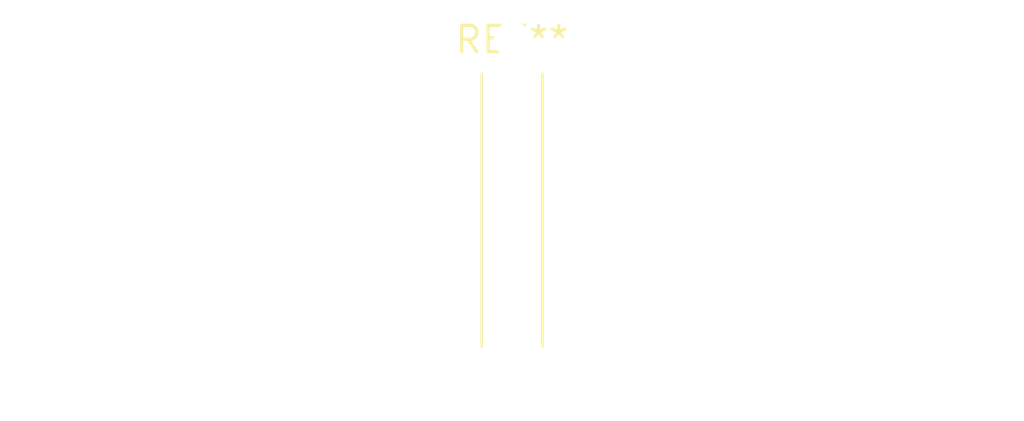
<source format=kicad_pcb>
(kicad_pcb (version 20240108) (generator pcbnew)
  (layers (0 "F.Cu" signal) (31 "B.Cu" signal) (34 "B.Paste" user) (35 "F.Paste" user) (36 "B.SilkS" user "B.Silkscreen") (37 "F.SilkS" user "F.Silkscreen") (38 "B.Mask" user) (39 "F.Mask" user) (44 "Edge.Cuts" user))
  (net 0 "")
  (footprint "SolderWire-1sqmm_1x01_D1.4mm_OD2.7mm_Relief" (layer "F.Cu") (at 0 0)
    (property "Reference" "REF**")
    (property "Value" "SolderWire-1sqmm_1x01_D1.4mm_OD2.7mm_Relief")
    (fp_line (start -1.46 1.635) (end -1.46 14.74) (layer "F.SilkS") (stroke (width 0.12)))
    (fp_line (start 1.46 1.635) (end 1.46 14.74) (layer "F.SilkS") (stroke (width 0.12)))
    (pad "" np_thru_hole circle (at 0 16.2) (size 3.2 3.2) (drill 3.2) (layers *.Cu *.Mask))
    (pad "1" thru_hole roundrect (at 0 0) (size 2.75 2.75) (drill 1.75) (layers *.Cu *.Mask) (remove_unused_layers) (roundrect_rratio 0.090909))
  )
)
</source>
